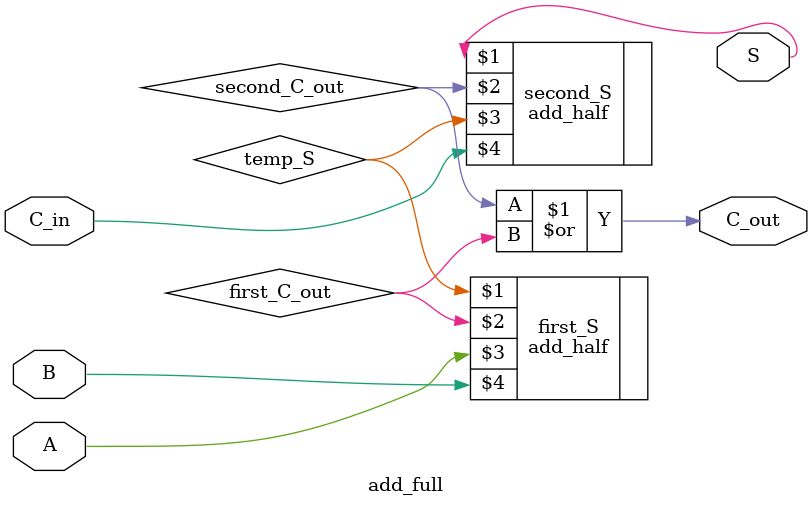
<source format=v>
module add_full(S, C_out, A, B, C_in);
	input A,B,C_in;
	output S,C_out;
	wire temp_S, first_C_out, second_C_out;

	add_half first_S(temp_S, first_C_out, A, B);
	add_half second_S(S, second_C_out, temp_S, C_in);

	or final_C_out(C_out, second_C_out, first_C_out);

endmodule
</source>
